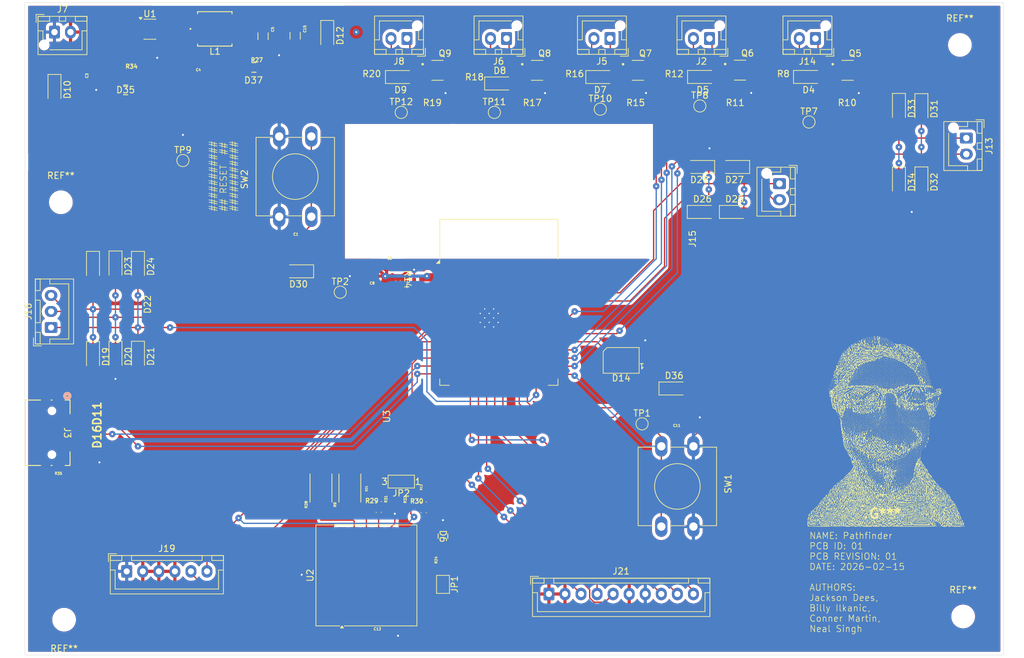
<source format=kicad_pcb>
(kicad_pcb (version 20241229) (generator "pcbnew") (generator_version "9.0")
  (layers (0 "F.Cu" signal) (2 "B.Cu" signal) (13 "F.Paste" user) (15 "B.Paste" user) (5 "F.SilkS" user "F.Silkscreen") (7 "B.SilkS" user "B.Silkscreen") (1 "F.Mask" user) (3 "B.Mask" user) (25 "Edge.Cuts" user))
  (net 0 "")
  (net 1 "/ESP32/CHIP_PU")
  (net 2 "GND")
  (net 3 "VCC_3V3")
  (net 4 "+5V")
  (net 5 "Net-(U1-BST)")
  (net 6 "Net-(U1-SW)")
  (net 7 "/ESP32/GPIO0")
  (net 8 "/Motor Drivers/Motor_5_out")
  (net 9 "/Motor Drivers/Motor_5_in")
  (net 10 "Net-(D6-A)")
  (net 11 "/ESP32/GPIO20")
  (net 12 "/ESP32/GPIO38")
  (net 14 "/ESP32/GPIO19")
  (net 15 "/ESP32/GPIO6")
  (net 16 "/ESP32/GPIO7")
  (net 17 "/ESP32/GPIO48")
  (net 18 "/ESP32/FT232RL_RX")
  (net 19 "/ESP32/FT232RL_TX")
  (net 20 "/ESP32/GPIO21")
  (net 21 "/ESP32/GPIO47")
  (net 22 "Net-(D35-A)")
  (net 23 "Net-(D37-A)")
  (net 25 "Net-(J3-Shield)")
  (net 27 "GPIO16")
  (net 28 "GPIO15")
  (net 29 "GPIO9")
  (net 30 "GPIO8")
  (net 31 "GPIO13")
  (net 32 "GPIO10")
  (net 33 "GPIO11")
  (net 34 "GPIO12")
  (net 35 "Net-(JP1-B)")
  (net 36 "Net-(JP1-A)")
  (net 37 "Net-(JP2-A)")
  (net 38 "Net-(JP2-B)")
  (net 39 "GPIO39")
  (net 40 "GPIO35")
  (net 41 "GPIO36")
  (net 42 "GPIO37")
  (net 43 "GPIO40")
  (net 44 "GPIO17")
  (net 45 "Net-(U2-TXD)")
  (net 46 "GPIO18")
  (net 47 "Net-(U2-RXD)")
  (net 48 "Net-(U2-SCL)")
  (net 49 "Net-(U2-SDA)")
  (net 50 "/Peripheral_Sensors/GPS_INT")
  (net 61 "/Motor Drivers/Motor_4_out")
  (net 62 "/Motor Drivers/Motor_4_in")
  (net 63 "/Motor Drivers/Motor_3_in")
  (net 64 "/Motor Drivers/Motor_3_out")
  (net 65 "/Motor Drivers/Motor_2_out")
  (net 66 "/Motor Drivers/Motor_2_in")
  (net 67 "/Motor Drivers/Motor_1_in")
  (net 68 "/Motor Drivers/Motor_1_out")
  (footprint "Diode_SMD:D_SMF" (layer "F.Cu") (at 130.95 36.975)
    (property "Reference" "D5")
    (property "Value" "SMF5V0A")
  )
  (footprint "Diode_SMD:D_SMF" (layer "F.Cu") (at 135.9 51 180)
    (property "Reference" "D27")
    (property "Value" "SMF5V0A")
  )
  (footprint "LocalComponents:LED_LTST-C171_LTO" (layer "F.Cu") (at 61.0729 35.5 180)
    (property "Reference" "D37")
    (property "Value" "LED")
  )
  (footprint "LED_SMD:LED_SK6812MINI_PLCC4_3.5x3.5mm_P1.75mm" (layer "F.Cu") (at 118.25 81.125 180)
    (property "Reference" "D14")
    (property "Value" "SK6812MINI")
  )
  (footprint "Diode_SMD:D_SMF" (layer "F.Cu") (at 83.9 37)
    (property "Reference" "D9")
    (property "Value" "SMF5V0A")
  )
  (footprint "Connector_JST:JST_XH_B2B-XH-AM_1x02_P2.50mm_Vertical" (layer "F.Cu") (at 172 46.5 -90)
    (property "Reference" "J13")
    (property "Value" "RaspPi_Conn")
  )
  (footprint "LocalComponents:STA_RMCF0402_STP" (layer "F.Cu") (at 83.5 69.9445 -90)
    (property "Reference" "R14")
    (property "Value" "10k")
  )
  (footprint "LocalComponents:CAPC1608X90N_" (layer "F.Cu") (at 80.5 124)
    (property "Reference" "C12")
    (property "Value" "1.0 uF")
  )
  (footprint "LocalComponents:CAPC2012X95N_" (layer "F.Cu") (at 126.5 90 180)
    (property "Reference" "C11")
    (property "Value" "0.1uF/50(10%)(NC)")
  )
  (footprint "Jumper:SolderJumper-2_P1.3mm_Open_Pad1.0x1.5mm" (layer "F.Cu") (at 90.5 116 -90)
    (property "Reference" "JP1")
    (property "Value" "SolderJumper_2_Open")
  )
  (footprint "LocalComponents:RESC1005X35N" (layer "F.Cu") (at 82.5 103 90)
    (property "Reference" "R31")
    (property "Value" "2.2k")
  )
  (footprint "LocalComponents:CAPC2012X95N_" (layer "F.Cu") (at 68 62.75)
    (property "Reference" "C1")
    (property "Value" "0.1uF/50(10%)(NC)")
  )
  (footprint "Diode_SMD:D_SMF" (layer "F.Cu") (at 72.48 30.55 -90)
    (property "Reference" "D12")
    (property "Value" "SMF5V0A")
  )
  (footprint "TestPoint:TestPoint_Pad_D1.5mm" (layer "F.Cu") (at 98.5 42.5)
    (property "Reference" "TP11")
    (property "Value" "TestPoint")
  )
  (footprint "Diode_SMD:D_SMF" (layer "F.Cu") (at 36 66.5 -90)
    (property "Reference" "D22")
    (property "Value" "SMF5V0A")
  )
  (footprint "LocalComponents:RESC2012X60N" (layer "F.Cu") (at 31.075 100)
    (property "Reference" "R35")
    (property "Value" "1M Ohm")
  )
  (footprint "LocalComponents:RESC6332X65N" (layer "F.Cu") (at 76 101 90)
    (property "Reference" "R9")
    (property "Value" "470")
  )
  (footprint "Diode_SMD:D_SMF" (layer "F.Cu") (at 68 67.25 180)
    (property "Reference" "D30")
    (property "Value" "SMF5V0A")
  )
  (footprint "LocalComponents:STA_RMCF0402_STP" (layer "F.Cu") (at 136 39.475)
    (property "Reference" "R11")
    (property "Value" "10k")
  )
  (footprint "LocalComponents:CAPC1005X55N" (layer "F.Cu") (at 86 69 90)
    (property "Reference" "C9")
    (property "Value" "1uF/16V(10%)")
  )
  (footprint "Connector_JST:JST_XH_B3B-XH-A_1x03_P2.50mm_Vertical" (layer "F.Cu") (at 29.475 76 90)
    (property "Reference" "J16")
    (property "Value" "Test_Conns")
  )
  (footprint "RF_Module:ESP32-S3-WROOM-1" (layer "F.Cu") (at 99.2 72.05)
    (property "Reference" "U3")
    (property "Value" "ESP32-S3-WROOM-1")
  )
  (footprint "Diode_SMD:D_SMF" (layer "F.Cu") (at 30 38.95 -90)
    (property "Reference" "D10")
    (property "Value" "SMF6V0A")
  )
  (footprint "LocalComponents:ESD5V0LBTP" (layer "F.Cu") (at 36.65 89.4 -90)
    (property "Reference" "D11")
    (property "Value" "LESD5D5.0CT1G" (hide yes))
  )
  (footprint "Button_Switch_THT:SW_PUSH-12mm" (layer "F.Cu") (at 129.5 94.5 -90)
    (property "Reference" "SW1")
    (property "Value" "SW_Push")
  )
  (footprint "LocalComponents:STA_RMCF0402_STP" (layer "F.Cu") (at 120.5445 39.5)
    (property "Reference" "R15")
    (property "Value" "10k")
  )
  (footprint "LocalComponents:STA_RMCF0402_STP" (layer "F.Cu") (at 88.8445 39.5)
    (property "Reference" "R19")
    (property "Value" "10k")
  )
  (footprint "Diode_SMD:D_SMF" (layer "F.Cu") (at 147.45 36.975)
    (property "Reference" "D4")
    (property "Value" "SMF5V0A")
  )
  (footprint "Diode_SMD:D_SMF" (layer "F.Cu") (at 99.35 38)
    (property "Reference" "D8")
    (property "Value" "SMF5V0A")
  )
  (footprint "MountingHole:MountingHole_3.2mm_M3" (layer "F.Cu") (at 171 32)
    (property "Reference" "REF**")
    (property "Value" "MountingHole_3.2mm_M3")
  )
  (footprint "TestPoint:TestPoint_Pad_D1.5mm" (layer "F.Cu") (at 50 50)
    (property "Reference" "TP9")
    (property "Value" "TestPoint")
  )
  (footprint "Diode_SMD:D_SMF" (layer "F.Cu") (at 165 53.35 -90)
    (property "Reference" "D32")
    (property "Value" "SMF5V0A")
  )
  (footprint "TestPoint:TestPoint_Pad_D1.5mm" (layer "F.Cu") (at 84 42.5)
    (property "Reference" "TP12")
    (property "Value" "TestPoint")
  )
  (footprint "Diode_SMD:D_SMF" (layer "F.Cu") (at 130.45 51 180)
    (property "Reference" "D28")
    (property "Value" "SMF5V0A")
  )
  (footprint "LocalComponents:STA_RMCF0402_STP" (layer "F.Cu") (at 111.1 35)
    (property "Reference" "R16")
    (property "Value" "10k")
  )
  (footprint "Connector_JST:JST_XH_B10B-XH-A_1x10_P2.50mm_Vertical" (layer "F.Cu") (at 107 117.5)
    (property "Reference" "J21")
    (property "Value" "IMU_Conn")
  )
  (footprint "LocalComponents:CAPC2012X95N" (layer "F.Cu") (at 52 34.612 180)
    (property "Reference" "C4")
    (property "Value" "100nf")
  )
  (footprint "LocalComponents:R0402" (layer "F.Cu") (at 80.5 103.9445 180)
    (property "Reference" "R29")
    (property "Value" "22")
  )
  (footprint "Diode_SMD:D_SMF" (layer "F.Cu") (at 126.5 85.5)
    (property "Reference" "D36")
    (property "Value" "SMF5V0A")
  )
  (footprint "Diode_SMD:D_SMF" (layer "F.Cu") (at 36 80.55 -90)
    (property "Reference" "D19")
    (property "Value" "SMF5V0A")
  )
  (footprint "LocalComponents:SOT95P280X125-3N" (layer "F.Cu") (at 89.645 35.95)
    (property "Reference" "Q9")
    (property "Value" "NMOS")
  )
  (footprint "Connector_JST:JST_XH_B2B-XH-AM_1x02_P2.50mm_Vertical" (layer "F.Cu") (at 132 31 180)
    (property "Reference" "J2")
    (property "Value" "Motor_4_Conn")
  )
  (footprint "TestPoint:TestPoint_Pad_D1.5mm" (layer "F.Cu") (at 147.5 44)
    (property "Reference" "TP7")
    (property "Value" "TestPoint")
  )
  (footprint "Diode_SMD:D_SMF" (layer "F.Cu") (at 161.5 53.35 -90)
    (property "Reference" "D34")
    (property "Value" "SMF5V0A")
  )
  (footprint "LocalComponents:RESC6332X65N" (layer "F.Cu") (at 71.5 101 90)
    (property "Reference" "R28")
    (property "Value" "470")
  )
  (footprint "LocalComponents:CAPC2012X95N_" (layer "F.Cu") (at 82.612 66.5)
    (property "Reference" "C2")
    (property "Value" "0.1uF/50(10%)(NC)")
  )
  (footprint "Package_TO_SOT_SMD:TSOT-23-6" (layer "F.Cu") (at 44.8625 29.55)
    (property "Reference" "U1")
    (property "Value" "AP63203WU")
  )
  (footprint "Diode_SMD:D_SMF" (layer "F.Cu") (at 43 80.5 -90)
    (property "Reference" "D21")
    (property "Value" "SMF5V0A")
  )
  (footprint "LocalComponents:SOT95P280X125-3N" (layer "F.Cu") (at 153.505 35.95)
    (property "Reference" "Q5")
    (property "Value" "NMOS")
  )
  (footprint "LocalComponents:STA_RMCF0402_STP" (layer "F.Cu") (at 95.4 35.5)
    (property "Reference" "R18")
    (property "Value" "10k")
  )
  (footprint "Connector_JST:JST_XH_B2B-XH-AM_1x02_P2.50mm_Vertical" (layer "F.Cu") (at 100.4 31 180)
    (property "Reference" "J6")
    (property "Value" "Motor_2_Conn")
  )
  (footprint "LocalComponents:RES_ERJ2RKF5101X" (layer "F.Cu") (at 41.988 36.5)
    (property "Reference" "R34")
    (property "Value" "5.1K(1%)")
  )
  (footprint "LocalComponents:R0402" (layer "F.Cu") (at 87.5 104 180)
    (property "Reference" "R30")
    (property "Value" "22")
  )
  (footprint "MountingHole:MountingHole_3.2mm_M3" (layer "F.Cu") (at 31.5 121.5 180)
    (property "Reference" "REF**")
    (property "Value" "MountingHole_3.2mm_M3")
  )
  (footprint "LocalComponents:SOT95P280X125-3N" (layer "F.Cu") (at 136.755 35.925)
    (property "Reference" "Q6")
    (property "Value" "NMOS")
  )
  (footprint "MountingHole:MountingHole_3.2mm_M3" (layer "F.Cu") (at 171.5 121)
    (property "Reference" "REF**")
    (property "Value" "MountingHole_3.2mm_M3")
  )
  (footprint "Graphics:image_silksong" (layer "F.Cu") (at 160 90)
    (property "Reference" "G***")
    (property "Value" "LOGO" (hide yes))
  )
  (footprint "LocalComponents:CONN_UB-MC5BR3-SDWP604-4S-TF_JST" (layer "F.Cu") (at 35.052801 92.3924 -90)
    (property "Reference" "J3")
    (property "Value" "USB_B_Micro")
  )
  (footprint "TestPoint:TestPoint_Pad_D1.5mm" (layer "F.Cu") (at 130.5 41.5)
    (property "Reference" "TP8")
    (property "Value" "TestPoint")
  )
  (footprint "Diode_SMD:D_SMF" (layer "F.Cu") (at 39.5 66.45 -90)
    (property "Reference" "D23")
    (property "Value" "SMF5V0A")
  )
  (footprint "Diode_SMD:D_SMF" (layer "F.Cu") (at 161.5 41.9 -90)
    (property "Reference" "D33")
    (property "Value" "SMF5V0A")
  )
  (footprint "Connector_JST:JST_XH_B2B-XH-AM_1x02_P2.50mm_Vertical" (layer "F.Cu") (at 116.5 31 180)
    (property "Reference" "J5")
    (property "Value" "Motor_3_Conn")
  )
  (footprint "LocalComponents:SOT95P280X125-3N" (layer "F.Cu") (at 120.855 35.95)
    (property "Reference" "Q7")
    (property "Value" "NMOS")
  )
  (footprint "LocalComponents:RES_ERJ2RKF5101X" (layer "F.Cu") (at 56.488 35.5)
    (property "Reference" "R27")
    (property "Value" "5.1K(1%)")
  )
  (footprint "LocalComponents:CAPC3216X180N" (layer "F.Cu") (at 62.48 30.64 -90)
    (property "Reference" "C5")
    (property "Value" "22 uf")
  )
  (footprint "Connector_JST:JST_XH_B2B-XH-AM_1x02_P2.50mm_Vertical" (layer "F.Cu") (at 30 30)
    (property "Reference" "J7")
    (property "Value" "5V_Input")
  )
  (footprint "Connector_JST:JST_XH_B6B-XH-A_1x06_P2.50mm_Vertical" (layer "F.Cu") (at 41.25 113.975)
    (property "Reference" "J19")
    (property "Value" "TOF_Connectors")
  )
  (footprint "LocalComponents:RESC1005X35N" (layer "F.Cu") (at 85.5 103.08 90)
    (property "Reference" "R32")
    (property "Value" "2.2k")
  )
  (footprint "LocalComponents:IND_NRS5030T3R3MMGJ_TAY" (layer "F.Cu") (at 54.968 29.5)
    (property "Reference" "L1")
    (property "Value" "3.3 uH")
  )
  (footprint "LocalComponents:SOT95P280X125-3N" (layer "F.Cu") (at 105.155 35.95)
    (property "Reference" "Q8")
    (property "Value" "NMOS")
  )
  (footprint "Diode_SMD:D_SMF" (layer "F.Cu") (at 135.9 58)
    (property "Reference" "D25")
    (property "Value" "SMF5V0A")
  )
  (footprint "LocalComponents:RESC1508X55N" (layer "F.Cu") (at 90.5 112 90)
    (property "Reference" "R24")
    (property "Value" "1k")
  )
  (footprint "LocalComponents:CAPC1608X100N" (layer "F.Cu") (at 79.21 68 180)
    (property "Reference" "C8")
    (property "Value" "10uF/25V(20%)")
  )
  (footprint "Diode_SMD:D_SMF" (layer "F.Cu") (at 165 41.95 -90)
    (property "Reference" "D31")
    (property "Value" "SMF5V0A")
  )
  (footprint "Diode_SMD:D_SMF" (layer "F.Cu") (at 115.1 37)
    (property "Reference" "D7")
    (property "Value" "SMF5V0A")
  )
  (footprint "LocalComponents:CAPC3216X180N" (layer "F.Cu") (at 67.48 30.56 -90)
    (property "Reference" "C15")
    (property "Value" "22 uf")
  )
  (footprint "Diode_SMD:D_SMF" (layer "F.Cu") (at 39.5 80.5 -90)
    (property "Reference" "D20")
    (property "Value" "SMF5V0A")
  )
  (footprint "Connector_JST:JST_XH_B2B-XH-AM_1x02_P2.50mm_Vertical" (layer "F.Cu") (at 148.5 31 180)
    (property "Reference" "J14")
    (property "Value" "Motor_5_Conn")
  )
  (footprint "Connector_JST:JST_XH_B2B-XH-AM_1x02_P2.50mm_Vertical" (layer "F.Cu") (at 84.9 31 180)
    (property "Reference" "J8")
    (property "Value" "Motor_1_Conn")
  )
  (footprint "LocalComponents:CAPC1608X90N" (layer "F.Cu") (at 34 37 -90)
    (property "Reference" "C3")
    (property "Value" "10 uf")
  )
  (footprint "LocalComponents:LED_LTST-C171_LTO" (layer "F.Cu") (at 41.0729 39)
    (property "Reference" "D35")
    (property "Value" "LED")
  )
  (footprint "Diode_SMD:D_SMF" (layer "F.Cu") (at 43 66.5 -90)
    (property "Reference" "D24")
    (property "Value" "SMF5V0A")
  )
  (footprint "RF_GPS:ublox_SAM-M8Q" (layer "F.Cu") (at 78.575 114.6 90)
    (property "Reference" "U2")
    (property "Value" "SAM-M8Q")
  )
  (footprint "LocalComponents:LED_LTST-C171_LTO" (layer "F.Cu") (at 90.5 108.5 -90)
    (property "Reference" "D6")
    (property "Value" "LED")
  )
  (footprint "TestPoint:TestPoint_Pad_D1.5mm" (layer "F.Cu") (at 121.5 91)
    (property "Reference" "TP1")
    (property "Value" "TestPoint")
  )
  (footprint "LocalComponents:STA_RMCF0402_STP" (layer "F.Cu") (at 79.4 35)
    (property "Reference" "R20")
    (property "Value" "10k")
  )
  (footprint "LocalComponents:STA_RMCF0402_STP" (layer "F.Cu") (at 104.4 39.5)
    (property "Reference" "R17")
    (property "Value" "10k")
  )
  (footprint "Connector_JST:JST_XH_B2B-XH-AM_1x02_P2.50mm_Vertical" (layer "F.Cu") (at 142.9 53.6 -90)
    (property "Reference" "J15")
    (property "Value" "UART_Bridge_TXRX")
  )
  (footprint "Button_Switch_THT:SW_PUSH-12mm" (layer "F.Cu") (at 65 58.75 90)
    (property "Reference" "SW2")
    (property "Value" "SW_Push")
  )
  (footprint "TestPoint:TestPoint_Pad_D1.5mm" (layer "F.Cu") (at 115 42)
    (property "Reference" "TP10")
    (property "Value" "TestPoint")
  )
  (footprint "MountingHole:MountingHole_3.2mm_M3" (layer "F.Cu") (at 31 56.5)
    (property "Reference" "REF**")
    (property "Value" "MountingHole_3.2mm_M3")
  )
  (footprint "Jumper:SolderJumper-3_P1.3mm_Open_Pad1.0x1.5mm_NumberLabels" (layer "F.Cu") (at 84 100 180)
    (property "Reference" "JP2")
    (property "Value" "SolderJumper_3_Open")
  )
  (footprint "LocalComponents:STA_RMCF0402_STP" (layer "F.Cu") (at 143.5 35)
    (property "Reference" "R8")
    (property "Value" "10k")
  )
  (footprint "LocalComponents:STA_RMCF0402_STP" (layer "F.Cu") (at 153.4445 39.5)
    (property "Reference" "R10")
    (property "Value" "10k")
  )
  (footprint "LocalComponents:STA_RMCF0402_STP" (layer "F.Cu") (at 126.9445 34.975)
    (property "Reference" "R12")
    (property "Value" "10k")
  )
  (footprint "LocalComponents:RESC1005X40" (layer "F.Cu") (at 79.5 100.85 90)
    (property "Reference" "R21")
    (property "Value" "4.7k")
  )
  (footprint "LocalComponents:ESD5V0LBTP" (layer "F.Cu") (at 36.65 93 90)
    (property "Reference" "D16")
    (property "Value" "LESD5D5.0CT1G" (hide yes))
  )
  (footprint "TestPoint:TestPoint_Pad_D1.5mm" (layer "F.Cu") (at 74.5 70.5)
    (property "Reference" "TP2")
    (property "Value" "TestPoint")
  )
  (footprint "Diode_SMD:D_SMF" (layer "F.Cu") (at 130.9 58)
    (property "Reference" "D26")
    (property "Value" "SMF5V0A")
  )
  (footprint "LocalComponents:RESC1005X40" (layer "F.Cu") (at 88 100.65 90)
    (property "Reference" "R13")
    (property "Value" "4.7k")
  )
  (gr_rect (start 25.4 25.4) (end 177.8 127) (stroke (width 0.05)) (fill no) (layer "Edge.Cuts"))
  (gr_text "NAME: Pathfinder\nPCB ID: 01\nPCB REVISION: 01\nDATE: 2026-02-15\n\nAUTHORS: \nJackson Dees, \nBilly Ilkanic, \nConner Martin, \nNeal Singh" (at 147.5 123.5 0) (layer "F.SilkS") (effects (font (size 1 1) (thickness 0.1)) (justify left bottom)))
  (gr_text "###########\n## RESET  ##\n###########" (at 58.5 58 90) (layer "F.SilkS") (effects (font (size 1 1) (thickness 0.1)) (justify left bottom)))
  (segment (start 68.888 61.112) (end 68.888 62.75) (width 0.2032) (layer "F.Cu") (net 1))
  (segment (start 70 60) (end 68.888 61.112) (width 0.2032) (layer "F.Cu") (net 1))
  (segment (start 71.5 67.5) (end 74.5 70.5) (width 0.2032) (layer "F.Cu") (net 1))
  (segment (start 71.5 62.75) (end 71.5 67.25) (width 0.2032) (layer "F.Cu") (net 1))
  (segment (start 71.5 67.25) (end 69.45 67.25) (width 0.2032) (layer "F.Cu") (net 1))
  (segment (start 74.5 70.5) (end 78.864 70.5) (width 0.2032) (layer "F.Cu") (net 1))
  (segment (start 83.5 70.389) (end 84.475 70.389) (width 0.2032) (layer "F.Cu") (net 1))
  (segment (start 68.888 62.75) (end 71.5 62.75) (width 0.2032) (layer "F.Cu") (net 1))
  (segment (start 84.475 70.389) (end 84.5 70.364) (width 0.2032) (layer "F.Cu") (net 1))
  (segment (start 79 70.364) (end 84.5 70.364) (width 0.2032) (layer "F.Cu") (net 1))
  (segment (start 88 70) (end 88 69.432) (width 0.2032) (layer "F.Cu") (net 1))
  (segment (start 70 58.75) (end 70 60) (width 0.2032) (layer "F.Cu") (net 1))
  (segment (start 70 46.25) (end 70 58.75) (width 0.2032) (layer "F.Cu") (net 1))
  (segment (start 84.5 70.364) (end 87.636 70.364) (width 0.2032) (layer "F.Cu") (net 1))
  (segment (start 78.864 70.5) (end 79 70.364) (width 0.2032) (layer "F.Cu") (net 1))
  (segment (start 86 69.432) (end 88 69.432) (width 0.2032) (layer "F.Cu") (net 1))
  (segment (start 87.636 70.364) (end 88 70) (width 0.2032) (layer "F.Cu") (net 1))
  (segment (start 90.348 69.432) (end 90.45 69.33) (width 0.2032) (layer "F.Cu") (net 1))
  (segment (start 71.5 67.25) (end 71.5 67.5) (width 0.2032) (layer "F.Cu") (net 1))
  (segment (start 88 69.432) (end 90.348 69.432) (width 0.2032) (layer "F.Cu") (net 1))
  (segment (start 89.586 69.389) (end 89.675 69.3) (width 0.2032) (layer "F.Cu") (net 1))
  (segment (start 129.5 94.5) (end 129.5 93) (width 0.2032) (layer "F.Cu") (net 2))
  (segment (start 163.5 58) (end 165 56.5) (width 0.2032) (layer "F.Cu") (net 2))
  (segment (start 34 100) (end 37 97) (width 0.2032) (layer "F.Cu") (net 2))
  (segment (start 90.9 35.95) (end 90.9 39.5) (width 0.2032) (layer "F.Cu") (net 2))
  (segment (start 161.5 54.8) (end 161.5 56) (width 0.2032) (layer "F.Cu") (net 2))
  (segment (start 82.375 107.125) (end 82.375 108) (width 0.2032) (layer "F.Cu") (net 2))
  (segment (start 130.5 85.5) (end 127.95 85.5) (width 0.2032) (layer "F.Cu") (net 2))
  (segment (start 71.975 110.8) (end 71.6134 110.8) (width 0.2032) (layer "F.Cu") (net 2))
  (segment (start 36 84) (end 36 82) (width 0.2032) (layer "F.Cu") (net 2))
  (segment (start 36.65 89) (end 39.5 86.15) (width 0.2032) (layer "F.Cu") (net 2))
  (segment (start 155.25 36.44) (end 155.25 39.5) (width 0.2032) (layer "F.Cu") (net 2))
  (segment (start 65 62.25) (end 64.5 62.75) (width 0.2032) (layer "F.Cu") (net 2))
  (segment (start 68.5 113.9134) (end 68.5 114.5) (width 0.2032) (layer "F.Cu") (net 2))
  (segment (start 161.5 56) (end 163.5 58) (width 0.2032) (layer "F.Cu") (net 2))
  (segment (start 46 30.5) (end 46 34) (width 0.508) (layer "F.Cu") (net 2))
  (segment (start 35.1 40.4) (end 36.5 39) (width 0.2032) (layer "F.Cu") (net 2))
  (segment (start 138.01 35.925) (end 138.5 36.415) (width 0.2032) (layer "F.Cu") (net 2))
  (segment (start 138.5 39.475) (end 136.4445 39.475) (width 0.2032) (layer "F.Cu") (net 2))
  (segment (start 81.28 124) (end 83.5 124) (width 0.2032) (layer "F.Cu") (net 2))
  (segment (start 127.388 90) (end 130.5 90) (width 0.2032) (layer "F.Cu") (net 2))
  (segment (start 106.41 35.95) (end 106.41 39.49) (width 0.2032) (layer "F.Cu") (net 2))
  (segment (start 72.48 32) (end 67.5 32) (width 0.508) (layer "F.Cu") (net 2))
  (segment (start 67.48 32.02) (end 66.56 32.02) (width 0.2032) (layer "F.Cu") (net 2))
  (segment (start 39.5 81.95) (end 39.5 84) (width 0.2032) (layer "F.Cu") (net 2))
  (segment (start 63.48 32.1) (end 64.98 33.6) (width 0.508) (layer "F.Cu") (net 2))
  (segment (start 87.71 66.79) (end 90.45 66.79) (width 0.508) (layer "F.Cu") (net 2))
  (segment (start 155.25 39.5) (end 153.889 39.5) (width 0.2032) (layer "F.Cu") (net 2))
  (segment (start 130.5 92) (end 130.5 90) (width 0.2032) (layer "F.Cu") (net 2))
  (segment (start 81.28 122.295) (end 82.375 121.2) (width 0.2032) (layer "F.Cu") (net 2))
  (segment (start 106.41 39.49) (end 106.4 39.5) (width 0.2032) (layer "F.Cu") (net 2))
  (segment (start 76 68) (end 78.42 68) (width 0.2032) (layer "F.Cu") (net 2))
  (segment (start 36.525 96.525) (end 37 97) (width 0.2032) (layer "F.Cu") (net 2))
  (segment (start 107.95 66.79) (end 105.42 66.79) (width 0.508) (layer "F.Cu") (net 2))
  (segment (start 35.28 37.78) (end 36.5 39) (width 0.508) (layer "F.Cu") (net 2))
  (segment (start 120 80.25) (end 122 78.25) (width 0.2032) (layer "F.Cu") (net 2))
  (segment (start 63.08 35.5) (end 62 35.5) (width 0.508) (layer "F.Cu") (net 2))
  (segment (start 34 37.78) (end 35.28 37.78) (width 0.508) (layer "F.Cu") (net 2))
  (segment (start 83 106.5) (end 82.375 107.125) (width 0.2032) (layer "F.Cu") (net 2))
  (segment (start 71.6134 110.8) (end 68.5 113.9134) (width 0.2032) (layer "F.Cu") (net 2))
  (segment (start 71.975 118.4) (end 71.6 118.4) (width 0.2032) (layer "F.Cu") (net 2))
  (segment (start 30 40.4) (end 35.1 40.4) (width 0.2032) (layer "F.Cu") (net 2))
  (segment (start 122 78.25) (end 122 78) (width 0.2032) (layer "F.Cu") (net 2))
  (segment (start 86 67) (end 87.5 67) (width 0.508) (layer "F.Cu") (net 2))
  (segment (start 71.6 118.4) (end 68.5 115.3) (width 0.2032) (layer "F.Cu") (net 2))
  (segment (start 122.1 39.5) (end 120.989 39.5) (width 0.2032) (layer "F.Cu") (net 2))
  (segment (start 68.5 115.3) (end 68.5 114.5) (width 0.2032) (layer "F.Cu") (net 2))
  (segment (start 39.5 86.15) (end 39.5 84) (width 0.2032) (layer "F.Cu") (net 2))
  (segment (start 67.5 32) (end 67.48 32.02) (width 0.508) (layer "F.Cu") (net 2))
  (segment (start 43 81.95) (end 43 84) (width 0.2032) (layer "F.Cu") (net 2))
  (segment (start 65 58.75) (end 65 62.25) (width 0.2032) (layer "F.Cu") (net 2))
  (segment (start 32 100) (end 34 100) (width 0.2032) (layer "F.Cu") (net 2))
  (segment (start 90.5 107.5729) (end 90.5 106) (width 0.2032) (layer "F.Cu") (net 2))
  (segment (start 66.56 32.02) (end 64.98 33.6) (width 0.508) (layer "F.Cu") (net 2))
  (segment (start 138.5 36.415) (end 138.5 39.475) (width 0.2032) (layer "F.Cu") (net 2))
  (segment (start 40.1458 39) (end 36.5 39) (width 0.2032) (layer "F.Cu") (net 2))
  (segment (start 129 51) (end 131.9 48.1) (width 0.2032) (layer "F.Cu") (net 2))
  (segment (start 36.525 93.525) (end 36.525 96.525) (width 0.2032) (layer "F.Cu") (net 2))
  (segment (start 64.5 67.25) (end 66.55 67.25) (width 0.2032) (layer "F.Cu") (net 2))
  (segment (start 154.76 35.95) (end 155.25 36.44) (width 0.2032) (layer "F.Cu") (net 2))
  (segment (start 131.9 48.1) (end 132 48.1) (width 0.2032) (layer "F.Cu") (net 2))
  (segment (start 39.5 84) (end 36 84) (width 0.2032) (layer "F.Cu") (net 2))
  (segment (start 67.112 62.75) (end 64.5 62.75) (width 0.2032) (layer "F.Cu") (net 2))
  (segment (start 81.28 124) (end 81.28 122.295) (width 0.2032) (layer "F.Cu") (net 2))
  (segment (start 165 56.5) (end 165 54.8) (width 0.2032) (layer "F.Cu") (net 2))
  (segment (start 80.475 121.2) (end 80.475 121.49) (width 0.2032) (layer "F.Cu") (net 2))
  (segment (start 106.4 39.5) (end 104.8445 39.5) (width 0.2032) (layer "F.Cu") (net 2))
  (segment (start 83.5 66.5) (end 85.5 66.5) (width 0.508) (layer "F.Cu") (net 2))
  (segment (start 64.5 62.75) (end 64.5 67.25) (width 0.2032) (layer "F.Cu") (net 2))
  (segment (start 86 68.568) (end 86 67) (width 0.2032) (layer "F.Cu") (net 2))
  (segment (start 122.1 39.5) (end 122.11 39.49) (width 0.2032) (layer "F.Cu") (net 2))
  (segment (start 83 105) (end 83 106.5) (width 0.2032) (layer "F.Cu") (net 2))
  (segment (start 43 84) (end 39.5 84) (width 0.2032) (layer "F.Cu") (net 2))
  (segment (start 50 50) (end 50 46) (width 0.2032) (layer "F.Cu") (net 2))
  (segment (start 129.5 93) (end 130.5 92) (width 0.2032) (layer "F.Cu") (net 2))
  (segment (start 80.475 121.49) (end 81.28 122.295) (width 0.2032) (layer "F.Cu") (net 2))
  (segment (start 64.98 33.6) (end 63.08 35.5) (width 0.508) (layer "F.Cu") (net 2))
  (segment (start 134.45 51) (end 134.45 50.55) (width 0.2032) (layer "F.Cu") (net 2))
  (segment (start 105.42 66.79) (end 97.7 74.51) (width 0.508) (layer "F.Cu") (net 2))
  (segment (start 82.375 108) (end 85.175 110.8) (width 0.2032) (layer "F.Cu") (net 2))
  (segment (start 62.48 32.1) (end 63.48 32.1) (width 0.508) (layer "F.Cu") (net 2))
  (segment (start 130.5 90) (end 130.5 85.5) (width 0.2032) (layer "F.Cu") (net 2))
  (segment (start 134.45 50.55) (end 132 48.1) (width 0.2032) (layer "F.Cu") (net 2))
  (segment (start 36.65 93.4) (end 36.3576 93.6924) (width 0.2032) (layer "F.Cu") (net 2))
  (segment (start 36.65 89) (end 36.5 89) (width 0.2032) (layer "F.Cu") (net 2))
  (segment (start 39 84) (end 39.5 84) (width 0.2032) (layer "F.Cu") (net 2))
  (segment (start 85.5 66.5) (end 86 67) (width 0.508) (layer "F.Cu") (net 2))
  (segment (start 85.175 118.4) (end 82.375 121.2) (width 0.2032) (layer "F.Cu") (net 2))
  (segment (start 74.775 108) (end 71.975 110.8) (width 0.2032) (layer "F.Cu") (net 2))
  (segment (start 90.9 39.5) (end 89.289 39.5) (width 0.2032) (layer "F.Cu") (net 2))
  (segment (start 122.11 35.95) (end 122.11 39.49) (width 0.2032) (layer "F.Cu") (net 2))
  (segment (start 87.5 67) (end 87.71 66.79) (width 0.508) (layer "F.Cu") (net 2))
  (segment (start 74.775 121.2) (end 71.975 118.4) (width 0.2032) (layer "F.Cu") (net 2))
  (segment (start 36.3576 93.6924) (end 32 93.6924) (width 0.2032) (layer "F.Cu") (net 2))
  (via (at 39.5 84) (size 1.016) (drill 0.3048) (layers "F.Cu" "B.Cu") (net 2))
  (via (at 37 97) (size 1.016) (drill 0.3048) (layers "F.Cu" "B.Cu") (net 2))
  (via (at 90.9 39.5) (size 1.016) (drill 0.3048) (layers "F.Cu" "B.Cu") (net 2))
  (via (at 76 68) (size 1.016) (drill 0.3048) (layers "F.Cu" "B.Cu") (net 2))
  (via (at 122 78) (size 1.016) (drill 0.3048) (layers "F.Cu" "B.Cu") (net 2))
  (via (at 36.5 39) (size 1.016) (drill 0.3048) (layers "F.Cu" "B.Cu") (net 2))
  (via (at 68.5 114.5) (size 1.016) (drill 0.3048) (layers "F.Cu" "B.Cu") (net 2))
  (via (at 46 34) (size 1.016) (drill 0.3048) (layers "F.Cu" "B.Cu") (net 2))
  (via (at 83.5 124) (size 1.016) (drill 0.3048) (layers "F.Cu" "B.Cu") (net 2))
  (via (at 64.98 33.6) (size 1.016) (drill 0.3048) (layers "F.Cu" "B.Cu") (net 2))
  (via (at 86 67) (size 1.016) (drill 0.3048) (layers "F.Cu" "B.Cu") (net 2))
  (via (at 106.4 39.5) (size 1.016) (drill 0.3048) (layers "F.Cu" "B.Cu") (net 2))
  (via (at 130.5 90) (size 1.016) (drill 0.3048) (layers "F.Cu" "B.Cu") (net 2))
  (via (at 163.5 58) (size 1.016) (drill 0.3048) (layers "F.Cu" "B.Cu") (net 2))
  (via (at 155.25 39.5) (size 1.016) (drill 0.3048) (layers "F.Cu" "B.Cu") (net 2))
  (via (at 50 46) (size 1.016) (drill 0.3048) (layers "F.Cu" "B.Cu") (net 2))
  (via (at 132 48.1) (size 1.016) (drill 0.3048) (layers "F.Cu" "B.Cu") (net 2))
  (via (at 138.5 39.475) (size 1.016) (drill 0.3048) (layers "F.Cu" "B.Cu") (net 2))
  (via (at 90.5 106) (size 1.016) (drill 0.3048) (layers "F.Cu" "B.Cu") (net 2))
  (via (at 83 105) (size 1.016) (drill 0.3048) (layers "F.Cu" "B.Cu") (net 2))
  (via (at 122.11 39.49) (size 1.016) (drill 0.3048) (layers "F.Cu" "B.Cu") (net 2))
  (segment (start 81.724 66.5) (end 81.724 67.776) (width 0.2032) (layer "F.Cu") (net 3))
  (segment (start 74.945 65.405626) (end 74.945 34.055) (width 0.508) (layer "F.Cu") (net 3))
  (segment (start 74.945 34.055) (end 77 32) (width 0.508) (layer "F.Cu") (net 3))
  (segment (start 57 34.5) (end 57 29.5) (width 0.2032) (layer "F.Cu") (net 3))
  (segment (start 62.48 29.18) (end 62.9 29.18) (width 0.508) (layer "F.Cu") (net 3))
  (segment (start 90.45 68.06) (end 88.06 68.06) (width 0.508) (layer "F.Cu") (net 3))
  (segment (start 57 27.2775) (end 57 29.5) (width 0.508) (layer "F.Cu") (net 3))
  (segment (start 62.9 29.18) (end 62.98 29.1) (width 0.508) (layer "F.Cu") (net 3))
  (segment (start 62.16 29.5) (end 62.48 29.18) (width 0.508) (layer "F.Cu") (net 3))
  (segment (start 56 35.5) (end 57 34.5) (width 0.2032) (layer "F.Cu") (net 3))
  (segment (start 43.725 28.6) (end 45.5819 26.7431) (width 0.508) (layer "F.Cu") (net 3))
  (segment (start 67.48 29.1) (end 72.48 29.1) (width 0.508) (layer "F.Cu") (net 3))
  (segment (start 57 29.5) (end 62.16 29.5) (width 0.508) (layer "F.Cu") (net 3))
  (segment (start 81.5 68) (end 80 68) (width 0.2032) (layer "F.Cu") (net 3))
  (segment (start 45.5819 26.7431) (end 56.4656 26.7431) (width 0.508) (layer "F.Cu") (net 3))
  (segment (start 55.976 35.5) (end 56 35.5) (width 0.2032) (layer "F.Cu") (net 3))
  (segment (start 79.055 65.555) (end 75.094374 65.555) (width 0.508) (layer "F.Cu") (net 3))
  (segment (start 88.06 68.06) (end 88 68) (width 0.508) (layer "F.Cu") (net 3))
  (segment (start 81.724 67.776) (end 81.5 68) (width 0.2032) (layer "F.Cu") (net 3))
  (segment (start 62.98 29.1) (end 67.48 29.1) (width 0.508) (layer "F.Cu") (net 3))
  (segment (start 81.5 68) (end 79.055 65.555) (width 0.508) (layer "F.Cu") (net 3))
  (segment (start 56.4656 26.7431) (end 57 27.2775) (width 0.508) (layer "F.Cu") (net 3))
  (segment (start 77 32) (end 77 30) (width 0.508) (layer "F.Cu") (net 3))
  (segment (start 62.4 29.1) (end 62.48 29.18) (width 0.508) (layer "F.Cu") (net 3))
  (segment (start 76.1 29.1) (end 77 30) (width 0.508) (layer "F.Cu") (net 3))
  (segment (start 72.48 29.1) (end 76.1 29.1) (width 0.508) (layer "F.Cu") (net 3))
  (segment (start 75.094374 65.555) (end 74.945 65.405626) (width 0.508) (layer "F.Cu") (net 3))
  (via (at 77 30) (size 1.016) (drill 0.3048) (layers "F.Cu" "B.Cu") (net 3))
  (via (at 88 68) (size 1.016) (drill 0.3048) (layers "F.Cu" "B.Cu") (net 3))
  (via (at 81.5 68) (size 1.016) (drill 0.3048) (layers "F.Cu" "B.Cu") (net 3))
  (segment (start 88 68) (end 81.5 68) (width 0.508) (layer "B.Cu") (net 3))
  (segment (start 49.1 28.6) (end 51 30.5) (width 0.508) (layer "F.Cu") (net 5))
  (segment (start 51 32.937501) (end 51.112 33.049501) (width 0.508) (layer "F.Cu") (net 5))
  (segment (start 51.112 33.049501) (end 51.112 34.612) (width 0.508) (layer "F.Cu") (net 5))
  (segment (start 46 28.6) (end 49.1 28.6) (width 0.508) (layer "F.Cu") (net 5))
  (segment (start 51 30.5) (end 51 32.937501) (width 0.508) (layer "F.Cu") (net 5))
  (segment (start 46.662499 29.55) (end 46 29.55) (width 0.508) (layer "F.Cu") (net 6))
  (segment (start 50.5 36.5) (end 49.5 35.5) (width 0.508) (layer "F.Cu") (net 6))
  (segment (start 52.888 34.612) (end 52.888 36.112) (width 0.508) (layer "F.Cu") (net 6))
  (segment (start 52.888 36.112) (end 52.5 36.5) (width 0.508) (layer "F.Cu") (net 6))
  (segment (start 52.5 36.5) (end 50.5 36.5) (width 0.508) (layer "F.Cu") (net 6))
  (segment (start 52.936 34.564) (end 52.888 34.612) (width 0.508) (layer "F.Cu") (net 6))
  (segment (start 49.5 35.5) (end 49.5 32.387501) (width 0.508) (layer "F.Cu") (net 6))
  (segment (start 49.5 32.387501) (end 46.662499 29.55) (width 0.508) (layer "F.Cu") (net 6))
  (segment (start 52.936 29.5) (end 52.936 34.564) (width 0.508) (layer "F.Cu") (net 6))
  (segment (start 110.8 83.3) (end 107.95 83.3) (width 0.2032) (layer "F.Cu") (net 7))
  (segment (start 122.5 90) (end 123.5 90) (width 0.2032) (layer "F.Cu") (net 7))
  (segment (start 124.5 107) (end 124.5 94.5) (width 0.2032) (layer "F.Cu") (net 7))
  (segment (start 123.5 92) (end 123.5 90) (width 0.2032) (layer "F.Cu") (net 7))
  (segment (start 124.5 93) (end 123.5 92) (width 0.2032) (layer "F.Cu") (net 7))
  (segment (start 121.5 91) (end 122.5 90) (width 0.2032) (layer "F.Cu") (net 7))
  (segment (start 111 83.5) (end 110.8 83.3) (width 0.2032) (layer "F.Cu") (net 7))
  (segment (start 124.5 94.5) (end 124.5 93) (width 0.2032) (layer "F.Cu") (net 7))
  (segment (start 123.5 85.5) (end 125.05 85.5) (width 0.2032) (layer "F.Cu") (net 7))
  (segment (start 125.612 90) (end 123.5 90) (width 0.2032) (layer "F.Cu") (net 7))
  (segment (start 123.5 90) (end 123.5 85.5) (width 0.2032) (layer "F.Cu") (net 7))
  (via (at 111 83.5) (size 1.016) (drill 0.3048) (layers "F.Cu" "B.Cu") (net 7))
  (segment (start 122 94.5) (end 111 83.5) (width 0.2032) (layer "B.Cu") (net 7))
  (segment (start 124.5 94.5) (end 122 94.5) (width 0.2032) (layer "B.Cu") (net 7))
  (segment (start 152.25 35) (end 148.9 35) (width 0.2032) (layer "F.Cu") (net 8))
  (segment (start 148.9 31.4) (end 148.5 31) (width 0.2032) (layer "F.Cu") (net 8))
  (segment (start 148.9 35) (end 148.9 31.4) (width 0.2032) (layer "F.Cu") (net 8))
  (segment (start 148.9 36.975) (end 148.9 35) (width 0.2032) (layer "F.Cu") (net 8))
  (segment (start 143.9445 35) (end 146 35) (width 0.2032) (layer "F.Cu") (net 9))
  (segment (start 146 35) (end 146 31) (width 0.2032) (layer "F.Cu") (net 9))
  (segment (start 146 36.975) (end 146 35) (width 0.2032) (layer "F.Cu") (net 9))
  (segment (start 90.5 111.24) (end 90.5 109.4271) (width 0.2032) (layer "F.Cu") (net 10))
  (segment (start 34.707599 91.742401) (end 32 91.742401) (width 0.2032) (layer "F.Cu") (net 11))
  (segment (start 38.3 89.8) (end 39 90.5) (width 0.2032) (layer "F.Cu") (net 11))
  (segment (start 36.65 89.8) (end 34.707599 91.742401) (width 0.2032) (layer "F.Cu") (net 11))
  (segment (start 90.45 83.3) (end 90.369203 83.219203) (width 0.2032) (layer "F.Cu") (net 11))
  (segment (start 39 90.5) (end 43 94.5) (width 0.2032) (layer "F.Cu") (net 11))
  (segment (start 90.369203 83.219203) (end 86.5 83.219203) (width 0.2032) (layer "F.Cu") (net 11))
  (segment (start 36.65 89.8) (end 38.3 89.8) (width 0.2032) (layer "F.Cu") (net 11))
  (via (at 43 94.5) (size 1.016) (drill 0.3048) (layers "F.Cu" "B.Cu") (net 11))
  (via (at 86.5 83.219203) (size 1.016) (drill 0.3048) (layers "F.Cu" "B.Cu") (net 11))
  (segment (start 43 94.5) (end 76.5 94.5) (width 0.2032) (layer "B.Cu") (net 11))
  (segment (start 86.5 84.5) (end 86.5 83.219203) (width 0.2032) (layer "B.Cu") (net 11))
  (segment (start 76.5 94.5) (end 86.5 84.5) (width 0.2032) (layer "B.Cu") (net 11))
  (segment (start 114.47 78.22) (end 116.5 80.25) (width 0.2032) (layer "F.Cu") (net 12))
  (segment (start 107.95 78.22) (end 114.47 78.22) (width 0.2032) (layer "F.Cu") (net 12))
  (segment (start 36.65 92.6) (end 36.4424 92.3924) (width 0.2032) (layer "F.Cu") (net 14))
  (segment (start 36.4424 92.3924) (end 32 92.3924) (width 0.2032) (layer "F.Cu") (net 14))
  (segment (start 90.42 82) (end 90.45 82.03) (width 0.2032) (layer "F.Cu") (net 14))
  (segment (start 86.5 82) (end 90.42 82) (width 0.2032) (layer "F.Cu") (net 14))
  (segment (start 39 92.6) (end 36.65 92.6) (width 0.2032) (layer "F.Cu") (net 14))
  (via (at 39 92.6) (size 1.016) (drill 0.3048) (layers "F.Cu" "B.Cu") (net 14))
  (via (at 86.5 82) (size 1.016) (drill 0.3048) (layers "F.Cu" "B.Cu") (net 14))
  (segment (start 75.9 92.6) (end 39 92.6) (width 0.2032) (layer "B.Cu") (net 14))
  (segment (start 39 92.6) (end 39 92.5) (width 0.2032) (layer "B.Cu") (net 14))
  (segment (start 86.5 82) (end 75.9 92.6) (width 0.2032) (layer "B.Cu") (net 14))
  (segment (start 36 67.95) (end 36 73.14) (width 0.2032) (layer "F.Cu") (net 15))
  (segment (start 29.475 71) (end 31.615 73.14) (width 0.2032) (layer "F.Cu") (net 15))
  (segment (start 36 79.1) (end 36 77.5) (width 0.2032) (layer "F.Cu") (net 15))
  (segment (start 36 73.14) (end 90.45 73.14) (width 0.2032) (layer "F.Cu") (net 15))
  (segment (start 31.615 73.14) (end 36 73.14) (width 0.2032) (layer "F.Cu") (net 15))
  (via (at 36 73.14) (size 1.016) (drill 0.3048) (layers "F.Cu" "B.Cu") (net 15))
  (via (at 36 77.5) (size 1.016) (drill 0.3048) (layers "F.Cu" "B.Cu") (net 15))
  (segment (start 36 77.5) (end 36 73.14) (width 0.2032) (layer "B.Cu") (net 15))
  (segment (start 39.5 67.9) (end 39.5 71) (width 0.2032) (layer "F.Cu") (net 16))
  (segment (start 39.5 74.41) (end 90.45 74.41) (width 0.2032) (layer "F.Cu") (net 16))
  (segment (start 39.5 79.05) (end 39.5 77.5) (width 0.2032) (layer "F.Cu") (net 16))
  (segment (start 29.475 73.5) (end 31 73.5) (width 0.2032) (layer "F.Cu") (net 16))
  (segment (start 31.91 74.41) (end 39.5 74.41) (width 0.2032) (layer "F.Cu") (net 16))
  (segment (start 31 73.5) (end 31.91 74.41) (width 0.2032) (layer "F.Cu") (net 16))
  (via (at 39.5 71) (size 1.016) (drill 0.3048) (layers "F.Cu" "B.Cu") (net 16))
  (via (at 39.5 74.41) (size 1.016) (drill 0.3048) (layers "F.Cu" "B.Cu") (net 16))
  (via (at 39.5 77.5) (size 1.016) (drill 0.3048) (layers "F.Cu" "B.Cu") (net 16))
  (segment (start 39.5 71) (end 39.5 74.41) (width 0.2032) (layer "B.Cu") (net 16))
  (segment (start 39.5 77.5) (end 39.5 74.41) (width 0.2032) (layer "B.Cu") (net 16))
  (segment (start 43 79.05) (end 43 76) (width 0.2032) (layer "F.Cu") (net 17))
  (segment (start 31.5 76) (end 43 76) (width 0.2032) (layer "F.Cu") (net 17))
  (segment (start 105 86.5) (end 105 84.635) (width 0.2032) (layer "F.Cu") (net 17))
  (segment (start 43 67.95) (end 43 71) (width 0.2032) (layer "F.Cu") (net 17))
  (segment (start 43 76) (end 48 76) (width 0.2032) (layer "F.Cu") (net 17))
  (segment (start 105 84.635) (end 104.915 84.55) (width 0.2032) (layer "F.Cu") (net 17))
  (segment (start 29.475 76) (end 31.5 76) (width 0.2032) (layer "F.Cu") (net 17))
  (via (at 43 71) (size 1.016) (drill 0.3048) (layers "F.Cu" "B.Cu") (net 17))
  (via (at 48 76) (size 1.016) (drill 0.3048) (layers "F.Cu" "B.Cu") (net 17))
  (via (at 43 76) (size 1.016) (drill 0.3048) (layers "F.Cu" "B.Cu") (net 17))
  (via (at 105 86.5) (size 1.016) (drill 0.3048) (layers "F.Cu" "B.Cu") (net 17))
  (segment (start 88 86) (end 89.5 87.5) (width 0.2032) (layer "B.Cu") (net 17))
  (segment (start 86 76) (end 88 78) (width 0.2032) (layer "B.Cu") (net 17))
  (segment (start 104 87.5) (end 105 86.5) (width 0.2032) (layer "B.Cu") (net 17))
  (segment (start 88 78) (end 88 86) (width 0.2032) (layer "B.Cu") (net 17))
  (segment (start 48 76) (end 86 76) (width 0.2032) (layer "B.Cu") (net 17))
  (segment (start 43 71) (end 43 76) (width 0.2032) (layer "B.Cu") (net 17))
  (segment (start 89.5 87.5) (end 104 87.5) (width 0.2032) (layer "B.Cu") (net 17))
  (segment (start 137.4 53.6) (end 137.4 53) (width 0.2032) (layer "F.Cu") (net 18))
  (segment (start 127.5 53.6) (end 137.4 53.6) (width 0.2032) (layer "F.Cu") (net 18))
  (segment (start 137.4 54.5) (end 137.4 53.6) (width 0.2032) (layer "F.Cu") (net 18))
  (segment (start 123.3026 57.7974) (end 123.3026 65.342498) (width 0.2032) (layer "F.Cu") (net 18))
  (segment (start 118.045098 70.6) (end 107.95 70.6) (width 0.2032) (layer "F.Cu") (net 18))
  (segment (start 137.4 53) (end 137.35 52.95) (width 0.2032) (layer "F.Cu") (net 18))
  (segment (start 137.35 52.95) (end 137.35 51) (width 0.2032) (layer "F.Cu") (net 18))
  (segment (start 142.43 54.07) (end 142.9 53.6) (width 0.2032) (layer "F.Cu") (net 18))
  (segment (start 123.3026 65.342498) (end 118.045098 70.6) (width 0.2032) (layer "F.Cu") (net 18))
  (segment (start 142.9 53.6) (end 137.4 53.6) (width 0.2032) (layer "F.Cu") (net 18))
  (segment (start 137.35 58) (end 137.35 56.55) (width 0.2032) (layer "F.Cu") (net 18))
  (segment (start 127.5 53.6) (end 123.3026 57.7974) (width 0.2032) (layer "F.Cu") (net 18))
  (segment (start 137.35 56.55) (end 137.4 56.5) (width 0.2032) (layer "F.Cu") (net 18))
  (via (at 137.4 54.5) (size 1.016) (drill 0.3048) (layers "F.Cu" "B.Cu") (net 18))
  (via (at 137.4 56.5) (size 1.016) (drill 0.3048) (layers "F.Cu" "B.Cu") (net 18))
  (segment (start 137.4 56.5) (end 137.4 54.5) (width 0.2032) (layer "B.Cu") (net 18))
  (segment (start 125 66.5) (end 119.63 71.87) (width 0.2032) (layer "F.Cu") (net 19))
  (segment (start 132.35 55.55) (end 132.4 55.5) (width 0.2032) (layer "F.Cu") (net 19))
  (segment (start 132.35 58) (end 132.35 55.55) (width 0.2032) (layer "F.Cu") (net 19))
  (segment (start 128.5 55.5) (end 125 59) (width 0.2032) (layer "F.Cu") (net 19))
  (segment (start 125 59) (end 125 66.5) (width 0.2032) (layer "F.Cu") (net 19))
  (segment (start 119.63 71.87) (end 107.95 71.87) (width 0.2032) (layer "F.Cu") (net 19))
  (segment (start 132.4 55.5) (end 141.4 55.5) (width 0.2032) (layer "F.Cu") (net 19))
  (segment (start 141.4 55.5) (end 142 56.1) (width 0.2032) (layer "F.Cu") (net 19))
  (segment (start 131.85 57.5) (end 131.9 57.45) (width 0.2032) (layer "F.Cu") (net 19))
  (segment (start 128.5 55.5) (end 131.9 55.5) (width 0.2032) (layer "F.Cu") (net 19))
  (segment (start 131.9 55.5) (end 132.4 55.5) (width 0.2032) (layer "F.Cu") (net 19))
  (segment (start 131.9 54.5) (end 131.9 55.5) (width 0.2032) (layer "F.Cu") (net 19))
  (segment (start 142 56.1) (end 142.9 56.1) (width 0.2032) (layer "F.Cu") (net 19))
  (segment (start 131.9 51) (end 131.9 53) (width 0.2032) (layer "F.Cu") (net 19))
  (via (at 131.9 52.6) (size 1.016) (drill 0.3048) (layers "F.Cu" "B.Cu") (net 19))
  (via (at 131.9 54.5) (size 1.016) (drill 0.3048) (layers "F.Cu" "B.Cu") (net 19))
  (segment (start 131.9 53) (end 131.9 54.5) (width 0.2032) (layer "B.Cu") (net 19))
  (segment (start 102.375 87.875) (end 104.5 90) (width 0.2032) (layer "F.Cu") (net 20))
  (segment (start 165 47.9) (end 165 49) (width 0.2032) (layer "F.Cu") (net 20))
  (segment (start 171.3 48.3) (end 172 49) (width 0.2032) (layer "F.Cu") (net 20))
  (segment (start 165 51.9) (end 165 49) (width 0.2032) (layer "F.Cu") (net 20))
  (segment (start 165 43.4) (end 165 45.4) (width 0.2032) (layer "F.Cu") (net 20))
  (segment (start 117 90) (end 158 49) (width 0.2032) (layer "F.Cu") (net 20))
  (segment (start 104.5 90) (end 117 90) (width 0.2032) (layer "F.Cu") (net 20))
  (segment (start 102.375 84.55) (end 102.375 87.875) (width 0.2032) (layer "F.Cu") (net 20))
  (segment (start 158 49) (end 165 49) (width 0.2032) (layer "F.Cu") (net 20))
  (segment (start 172 49) (end 165 49) (width 0.2032) (layer "F.Cu") (net 20))
  (via (at 165 47.9) (size 1.016) (drill 0.3048) (layers "F.Cu" "B.Cu") (net 20))
  (via (at 165 45.4) (size 1.016) (drill 0.3048) (layers "F.Cu" "B.Cu") (net 20))
  (segment (start 165 45.4) (end 165 47.9) (width 0.2032) (layer "B.Cu") (net 20))
  (segment (start 161.5 47.9) (end 161.5 46.5) (width 0.2032) (layer "F.Cu") (net 21))
  (segment (start 161.5 51.9) (end 161.5 50.4) (width 0.2032) (layer "F.Cu") (net 21))
  (segment (start 172 46.5) (end 161.5 46.5) (width 0.2032) (layer "F.Cu") (net 21))
  (segment (start 161.5 46.5) (end 161.5 43.35) (width 0.2032) (layer "F.Cu") (net 21))
  (segment (start 116.6 88.5) (end 158.6 46.5) (width 0.2032) (layer "F.Cu") (net 21))
  (segment (start 158.6 46.5) (end 161.5 46.5) (width 0.2032) (layer "F.Cu") (net 21))
  (segment (start 103.645 87.645) (end 104.5 88.5) (width 0.2032) (layer "F.Cu") (net 21))
  (segment (start 171.47 47.03) (end 172 46.5) (width 0.2032) (layer "F.Cu") (net 21))
  (segment (start 104.5 88.5) (end 116.6 88.5) (width 0.2032) (layer "F.Cu") (net 21))
  (segment (start 103.645 84.55) (end 103.645 87.645) (width 0.2032) (layer "F.Cu") (net 21))
  (via (at 161.5 50.4) (size 1.016) (drill 0.3048) (layers "F.Cu" "B.Cu") (net 21))
  (via (at 161.5 47.9) (size 1.016) (drill 0.3048) (layers "F.Cu" "B.Cu") (net 21))
  (segment (start 161.5 50.4) (end 161.5 47.9) (width 0.2032) (layer "B.Cu") (net 21))
  (segment (start 42.5 36.5) (end 42.5 38.5) (width 0.2032) (layer "F.Cu") (net 22))
  (segment (start 42.5 38.5) (end 42 39) (width 0.2032) (layer "F.Cu") (net 22))
  (segment (start 57 35.5) (end 60.1458 35.5) (width 0.2032) (layer "F.Cu") (net 23))
  (segment (start 32 94.5424) (end 32 95.64239) (width 0.2032) (layer "F.Cu") (net 25))
  (segment (start 28.649999 87.7924) (end 30.64999 87.7924) (width 0.2032) (layer "F.Cu") (net 25))
  (segment (start 30.64999 99.50001) (end 30.15 100) (width 0.2032) (layer "F.Cu") (net 25))
  (segment (start 28.649999 96.9924) (end 30.64999 96.9924) (width 0.2032) (layer "F.Cu") (net 25))
  (segment (start 32 95.64239) (end 30.64999 96.9924) (width 0.2032) (layer "F.Cu") (net 25))
  (segment (start 30.64999 96.9924) (end 30.64999 99.50001) (width 0.2032) (layer "F.Cu") (net 25))
  (segment (start 30.6 90.2424) (end 32 90.2424) (width 0.2032) (layer "F.Cu") (net 25))
  (segment (start 28.45 96.792401) (end 28.649999 96.9924) (width 0.2032) (layer "F.Cu") (net 25))
  (segment (start 30.64999 87.7924) (end 30.64999 88.89239) (width 0.2032) (layer "F.Cu") (net 25))
  (segment (start 30.64999 88.89239) (end 32 90.2424) (width 0.2032) (layer "F.Cu") (net 25))
  (segment (start 28.45 92.3924) (end 30.6 90.2424) (width 0.2032) (layer "F.Cu") (net 25))
  (segment (start 28.45 92.3924) (end 28.45 96.792401) (width 0.2032) (layer "F.Cu") (net 25))
  (segment (start 53.5 116.5) (end 54.92385 116.5) (width 0.2032) (layer "F.Cu") (net 27))
  (segment (start 90.45 76.95) (end 87.97385 76.95) (width 0.2032) (layer "F.Cu") (net 27))
  (segment (start 68.0926 96.83125) (end 68.0926 99.66875) (width 0.2032) (layer "F.Cu") (net 27))
  (segment (start 69.92385 101.5) (end 79.5 101.5) (width 0.2032) (layer "F.Cu") (net 27))
  (segment (start 79.5 102.34) (end 80.58 103.42) (width 0.2032) (layer "F.Cu") (net 27))
  (segment (start 51.25 114.25) (end 53.5 116.5) (width 0.2032) (layer "F.Cu") (net 27))
  (segment (start 51.25 113.975) (end 51.25 114.25) (width 0.2032) (layer "F.Cu") (net 27))
  (segment (start 54.92385 116.5) (end 69.92385 101.5) (width 0.2032) (layer "F.Cu") (net 27))
  (segment (start 68.0926 99.66875) (end 69.92385 101.5) (width 0.2032) (layer "F.Cu") (net 27))
  (segment (start 87.97385 76.95) (end 68.0926 96.83125) (width 0.2032) (layer "F.Cu") (net 27))
  (segment (start 82.5 103.42) (end 80.58 103.42) (width 0.2032) (layer "F.Cu") (net 27))
  (segment (start 80.58 103.42) (end 80.5 103.5) (width 0.2032) (layer "F.Cu") (net 27))
  (segment (start 79.5 101.5) (end 79.5 102.34) (width 0.2032) (layer "F.Cu") (net 27))
  (segment (start 88 101.3) (end 88 103.0555) (width 0.2032) (layer "F.Cu") (net 28))
  (segment (start 88 103.0555) (end 87.5 103.5555) (width 0.2032) (layer "F.Cu") (net 28))
  (segment (start 85.5555 103.5555) (end 85.5 103.5) (width 0.2032) (layer "F.Cu") (net 28))
  (segment (start 85.5 105) (end 85.5 103.5) (width 0.2032) (layer "F.Cu") (net 28))
  (segment (start 86 105.5) (end 85.5 105) (width 0.2032) (layer "F.Cu") (net 28))
  (segment (start 88.6677 75.68) (end 62.17385 102.17385) (width 0.2032) (layer "F.Cu") (net 28))
  (segment (start 53.75 110.5977) (end 53.75 113.975) (width 0.2032) (layer "F.Cu") (net 28))
  (segment (start 87.5 103.5555) (end 85.5555 103.5555) (width 0.2032) (layer "F.Cu") (net 28))
  (segment (start 62.17385 102.17385) (end 53.75 110.5977) (width 0.2032) (layer "F.Cu") (net 28))
  (segment (start 90.45 75.68) (end 88.6677 75.68) (width 0.2032) (layer "F.Cu") (net 28))
  (via (at 86 105.5) (size 1.016) (drill 0.3048) (layers "F.Cu" "B.Cu") (net 28))
  (via (at 58.67385 105.67385) (size 1.016) (drill 0.3048) (layers "F.Cu" "B.Cu") (net 28))
  (segment (start 59.5 106.5) (end 85 106.5) (width 0.2032) (layer "B.Cu") (net 28))
  (segment (start 58.67385 105.67385) (end 59.5 106.5) (width 0.2032) (layer "B.Cu") (net 28))
  (segment (start 85 106.5) (end 86 105.5) (width 0.2032) (layer "B.Cu") (net 28))
  (segment (start 129.5 117) (end 129.5 117.5) (width 0.2032) (layer "F.Cu") (net 29))
  (segment (start 106 93.5) (end 129.5 117) (width 0.2032) (layer "F.Cu") (net 29))
  (segment (start 94.755 93.255) (end 95 93.5) (width 0.2032) (layer "F.Cu") (net 29))
  (segment (start 94.755 84.55) (end 94.755 93.255) (width 0.2032) (layer "F.Cu") (net 29))
  (via (at 95 93.5) (size 1.016) (drill 0.3048) (layers "F.Cu" "B.Cu") (net 29))
  (via (at 106 93.5) (size 1.016) (drill 0.3048) (layers "F.Cu" "B.Cu") (net 29))
  (segment (start 95 93.5) (end 106 93.5) (width 0.2032) (layer "B.Cu") (net 29))
  (segment (start 100 105.5) (end 112 117.5) (width 0.2032) (layer "F.Cu") (net 30))
  (segment (start 100 105.5) (end 99.5 105.5) (width 0.2032) (layer "F.Cu") (net 30))
  (segment (start 85.6862 91.1862) (end 95 100.5) (width 0.2032) (layer "F.Cu") (net 30))
  (segment (start 86.589113 80.76) (end 85.6862 81.662913) (width 0.2032) (layer "F.Cu") (net 30))
  (segment (start 85.6862 91) (end 85.6862 91.1862) (width 0.2032) (layer "F.Cu") (net 30))
  (segment (start 85.6862 81.662913) (end 85.6862 91) (width 0.2032) (layer "F.Cu") (net 30))
  (segment (start 90.45 80.76) (end 86.589113 80.76) (width 0.2032) (layer "F.Cu") (net 30))
  (via (at 100 105.5) (size 1.016) (drill 0.3048) (layers "F.Cu" "B.Cu") (net 30))
  (via (at 95 100.5) (size 1.016) (drill 0.3048) (layers "F.Cu" "B.Cu") (net 30))
  (segment (start 100 105.5) (end 95 100.5) (width 0.2032) (layer "B.Cu") (net 30))
  (segment (start 127 117.5) (end 99.835 90.335) (width 0.2032) (layer "F.Cu") (net 31))
  (segment (start 99.835 90.335) (end 99.835 84.55) (width 0.2032) (layer "F.Cu") (net 31))
  (segment (start 113.3442 116.8442) (end 113.3442 118.103748) (width 0.2032) (layer "F.Cu") (net 32))
  (segment (start 101 104.5) (end 113.3442 116.8442) (width 0.2032) (layer "F.Cu") (net 32))
  (segment (start 96.025 99.60115) (end 96.025 84.55) (width 0.2032) (layer "F.Cu") (net 32))
  (segment (start 96.025 99.60115) (end 96.025 99.525) (width 0.2032) (layer "F.Cu") (net 32))
  (segment (start 114.021252 118.7808) (end 115.7192 118.7808) (width 0.2032) (layer "F.Cu") (net 32))
  (segment (start 115.7192 118.7808) (end 117 117.5) (width 0.2032) (layer "F.Cu") (net 32))
  (segment (start 96.025 99.525) (end 96 99.5) (width 0.2032) (layer "F.Cu") (net 32))
  (segment (start 113.3442 118.103748) (end 114.021252 118.7808) (width 0.2032) (layer "F.Cu") (net 32))
  (via (at 101 104.5) (size 1.016) (drill 0.3048) (layers "F.Cu" "B.Cu") (net 32))
  (via (at 96 99.5) (size 1.016) (drill 0.3048) (layers "F.Cu" "B.Cu") (net 32))
  (segment (start 96 99.5) (end 101 104.5) (width 0.2032) (layer "B.Cu") (net 32))
  (segment (start 102.5 103) (end 114.5 115) (width 0.2032) (layer "F.Cu") (net 33))
  (segment (start 114.5 115) (end 114.5 117.5) (width 0.2032) (layer "F.Cu") (net 33))
  (segment (start 97.295 84.55) (end 97.295 97.795) (width 0.2032) (layer "F.Cu") (net 33))
  (segment (start 97.295 97.795) (end 97.5 98) (width 0.2032) (layer "F.Cu") (net 33))
  (via (at 97.5 98) (size 1.016) (drill 0.3048) (layers "F.Cu" "B.Cu") (net 33))
  (via (at 102.5 103) (size 1.016) (drill 0.3048) (layers "F.Cu" "B.Cu") (net 33))
  (segment (start 97.5 98) (end 102.5 103) (width 0.2032) (layer "B.Cu") (net 33))
  (segment (start 98.565 91.565) (end 98.565 84.55) (width 0.2032) (layer "F.Cu") (net 34))
  (segment (start 124.5 117.5) (end 98.565 91.565) (width 0.2032) (layer "F.Cu") (net 34))
  (segment (start 85.175 116.5) (end 90.35 116.5) (width 0.2032) (layer "F.Cu") (net 35))
  (segment (start 90.35 116.5) (end 90.5 116.65) (width 0.2032) (layer "F.Cu") (net 35))
  (segment (start 90.5 115.35) (end 90.5 112.76) (width 0.2032) (layer "F.Cu") (net 36))
  (segment (start 85.5 100.2) (end 85.3 100) (width 0.2032) (layer "F.Cu") (net 37))
  (segment (start 85.5 102.66) (end 85.5 100.2) (width 0.2032) (layer "F.Cu") (net 37))
  (segment (start 82.5 100.2) (end 82.7 100) (width 0.2032) (layer "F.Cu") (net 38))
  (segment (start 82.5 102.58) (end 82.5 100.2) (width 0.2032) (layer "F.Cu") (net 38))
  (segment (start 153 39.5) (end 150.25 39.5) (width 0.2032) (layer "F.Cu") (net 39))
  (segment (start 152.25 36.9) (end 150.35 36.9) (width 0.2032) (layer "F.Cu") (net 39))
  (segment (start 117.55 76.95) (end 107.95 76.95) (width 0.2032) (layer "F.Cu") (net 39))
  (segment (start 153 39.5) (end 150.819869 41.680131) (width 0.2032) (layer "F.Cu") (net 39))
  (segment (start 136.676923 41.680131) (end 127 51.357054) (width 0.2032) (layer "F.Cu") (net 39))
  (segment (start 150.25 37) (end 150.35 36.9) (width 0.2032) (layer "F.Cu") (net 39))
  (segment (start 147.5 44) (end 147.5 41.680131) (width 0.2032) (layer "F.Cu") (net 39))
  (segment (start 150.819869 41.680131) (end 147.5 41.680131) (width 0.2032) (layer "F.Cu") (net 39))
  (segment (start 147.5 41.680131) (end 136.676923 41.680131) (width 0.2032) (layer "F.Cu") (net 39))
  (segment (start 127 51.357054) (end 127 52) (width 0.2032) (layer "F.Cu") (net 39))
  (segment (start 118 76.5) (end 117.55 76.95) (width 0.2032) (layer "F.Cu") (net 39))
  (segment (start 150.25 39.5) (end 150.25 37) (width 0.2032) (layer "F.Cu") (net 39))
  (via (at 127 52) (size 1.016) (drill 0.3048) (layers "F.Cu" "B.Cu") (net 39))
  (via (at 118 76.5) (size 1.016) (drill 0.3048) (layers "F.Cu" "B.Cu") (net 39))
  (segment (start 127 67.5) (end 118 76.5) (width 0.2032) (layer "B.Cu") (net 39))
  (segment (start 127 52) (end 127 67.5) (width 0.2032) (layer "B.Cu") (net 39))
  (segment (start 134.1 36.875) (end 134 36.975) (width 0.2032) (layer "F.Cu") (net 40))
  (segment (start 131.975 41.5) (end 134 39.475) (width 0.2032) (layer "F.Cu") (net 40))
  (segment (start 111 82) (end 110.97 82.03) (width 0.2032) (layer "F.Cu") (net 40))
  (segment (start 135.5555 41.511381) (end 126.1464 50.920481) (width 0.2032) (layer "F.Cu") (net 40))
  (segment (start 135.5 36.875) (end 134.1 36.875) (width 0.2032) (layer "F.Cu") (net 40))
  (segment (start 135.5555 39.475) (end 134 39.475) (width 0.2032) (layer "F.Cu") (net 40))
  (segment (start 134 39.475) (end 134 36.975) (width 0.2032) (layer "F.Cu") (net 40))
  (segment (start 110.97 82.03) (end 107.95 82.03) (width 0.2032) (layer "F.Cu") (net 40))
  (segment (start 130.5 41.5) (end 131.975 41.5) (width 0.2032) (layer "F.Cu") (net 40))
  (segment (start 135.5555 39.475) (end 135.5555 41.511381) (width 0.2032) (layer "F.Cu") (net 40))
  (via (at 111 82) (size 1.016) (drill 0.3048) (layers "F.Cu" "B.Cu") (net 40))
  (via (at 126.1464 50.920481) (size 1.016) (drill 0.3048) (layers "F.Cu" "B.Cu") (net 40))
  (segment (start 126.1464 66.8536) (end 111 82) (width 0.2032) (layer "B.Cu") (net 40))
  (segment (start 126.1464 50.920481) (end 126.1464 66.8536) (width 0.2032) (layer "B.Cu") (net 40))
  (segment (start 125.3336 45.0404) (end 125.3336 51.900518) (width 0.2032) (layer "F.Cu") (net 41))
  (segment (start 119.6 36.9) (end 118.2 36.9) (width 0.2032) (layer "F.Cu") (net 41))
  (segment (start 120.1 39.5) (end 120.1 39.8068) (width 0.2032) (layer "F.Cu") (net 41))
  (segment (start 118.2 36.9) (end 118.1 37) (width 0.2032) (layer "F.Cu") (net 41))
  (segment (start 110.959203 80.76) (end 107.95 80.76) (width 0.2032) (layer "F.Cu") (net 41))
  (segment (start 111 80.719203) (end 110.959203 80.76) (width 0.2032) (layer "F.Cu") (net 41))
  (segment (start 120.1 39.8068) (end 125.3336 45.0404) (width 0.2032) (layer "F.Cu") (net 41))
  (segment (start 117.5 39.5) (end 118.1 39.5) (width 0.2032) (layer "F.Cu") (net 41))
  (segment (start 118.1 39.5) (end 120.1 39.5) (width 0.2032) (layer "F.Cu") (net 41))
  (segment (start 118.1 37) (end 118.1 39.5) (width 0.2032) (layer "F.Cu") (net 41))
  (segment (start 115 42) (end 117.5 39.5) (width 0.2032) (layer "F.Cu") (net 41))
  (via (at 111 80.719203) (size 1.016) (drill 0.3048) (layers "F.Cu" "B.Cu") (net 41))
  (via (at 125.3336 51.900518) (size 1.016) (drill 0.3048) (layers "F.Cu" "B.Cu") (net 41))
  (segment (start 125.3336 51.900518) (end 125.3336 66.385603) (width 0.2032) (layer "B.Cu") (net 41))
  (segment (start 125.3336 66.385603) (end 111 80.719203) (width 0.2032) (layer "B.Cu") (net 41))
  (segment (start 102.5 36.9) (end 102.4 37) (width 0.2032) (layer "F.Cu") (net 42))
  (segment (start 101.5 39.5) (end 102.4 39.5) (width 0.2032) (layer "F.Cu") (net 42))
  (segment (start 103.9555 39.9826) (end 107.7629 43.79) (width 0.2032) (layer "F.Cu") (net 42))
  (segment (start 124.5208 44.899552) (end 124.5208 53) (width 0.2032) (layer "F.Cu") (net 42))
  (segment (start 110.99 79.49) (end 107.95 79.49) (width 0.2032) (layer "F.Cu") (net 42))
  (segment (start 102.4 37) (end 102.4 39.5) (width 0.2032) (layer "F.Cu") (net 42))
  (segment (start 103.9555 39.5) (end 103.9555 39.9826) (width 0.2032) (layer "F.Cu") (net 42))
  (segment (start 98.5 42.5) (end 101.5 39.5) (width 0.2032) (layer "F.Cu") (net 42))
  (segment (start 111 79.5) (end 110.99 79.49) (width 0.2032) (layer "F.Cu") (net 42))
  (segment (start 107.7629 43.79) (end 123.411248 43.79) (width 0.2032) (layer "F.Cu") (net 42))
  (segment (start 103.9 36.9) (end 102.5 36.9) (width 0.2032) (layer "F.Cu") (net 42))
  (segment (start 102.4 39.5) (end 103.9555 39.5) (width 0.2032) (layer "F.Cu") (net 42))
  (segment (start 123.411248 43.79) (end 124.5208 44.899552) (width 0.2032) (layer "F.Cu") (net 42))
  (via (at 111 79.5) (size 1.016) (drill 0.3048) (layers "F.Cu" "B.Cu") (net 42))
  (via (at 124.5208 53) (size 1.016) (drill 0.3048) (layers "F.Cu" "B.Cu") (net 42))
  (segment (start 124.5208 53) (end 124.5208 65.9792) (width 0.2032) (layer "B.Cu") (net 42))
  (segment (start 124.5208 65.9792) (end 111 79.5) (width 0.2032) (layer "B.Cu") (net 42))
  (segment (start 92.6148 44.1974) (end 123.242498 44.1974) (width 0.2032) (layer "F.Cu") (net 43))
  (segment (start 87 36.9) (end 86.9 37) (width 0.2032) (layer "F.Cu") (net 43))
  (segment (start 86.9 39.6) (end 86.9 39.5) (width 0.2032) (layer "F.Cu") (net 43))
  (segment (start 108.82 75.68) (end 107.95 75.68) (width 0.2032) (layer "F.Cu") (net 43))
  (segment (start 88.4 39.5) (end 88.4 39.9826) (width 0.2032) (layer "F.Cu") (net 43))
  (segment (start 123.708 44.662902) (end 123.708 54) (width 0.2032) (layer "F.Cu") (net 43))
  (segment (start 86.9 37) (end 86.9 39.5) (width 0.2032) (layer "F.Cu") (net 43))
  (segment (start 86.9 39.5) (end 88.4 39.5) (width 0.2032) (layer "F.Cu") (net 43))
  (segment (start 88.39 36.9) (end 87 36.9) (width 0.2032) (layer "F.Cu") (net 43))
  (segment (start 111 73.5) (end 108.82 75.68) (width 0.2032) (layer "F.Cu") (net 43))
  (segment (start 123.242498 44.1974) (end 123.708 44.662902) (width 0.2032) (layer "F.Cu") (net 43))
  (segment (start 88.4 39.9826) (end 92.6148 44.1974) (width 0.2032) (layer "F.Cu") (net 43))
  (segment (start 84 42.5) (end 86.9 39.6) (width 0.2032) (layer "F.Cu") (net 43))
  (via (at 123.708 54) (size 1.016) (drill 0.3048) (layers "F.Cu" "B.Cu") (net 43))
  (via (at 111 73.5) (size 1.016) (drill 0.3048) (layers "F.Cu" "B.Cu") (net 43))
  (segment (start 123.708 65.292) (end 115.5 73.5) (width 0.2032) (layer "B.Cu") (net 43))
  (segment (start 115.5 73.5) (end 111 73.5) (width 0.2032) (layer "B.Cu") (net 43))
  (segment (start 123.708 54) (end 123.708 65.292) (width 0.2032) (layer "B.Cu") (net 43))
  (segment (start 70 101) (end 74.5 101) (width 0.2032) (layer "F.Cu") (net 44))
  (segment (start 68.5 99.5) (end 70 101) (width 0.2032) (layer "F.Cu") (net 44))
  (segment (start 76 99.5) (end 76 97.945) (width 0.2032) (layer "F.Cu") (net 44))
  (segment (start 90.45 78.22) (end 87.28 78.22) (width 0.2032) (layer "F.Cu") (net 44))
  (segment (start 68.5 97) (end 68.5 99.5) (width 0.2032) (layer "F.Cu") (net 44))
  (segment (start 74.5 101) (end 76 99.5) (width 0.2032) (layer "F.Cu") (net 44))
  (segment (start 87.28 78.22) (end 68.5 97) (width 0.2032) (layer "F.Cu") (net 44))
  (segment (start 78.575 105.575) (end 78.5 105.5) (width 0.2032) (layer "F.Cu") (net 45))
  (segment (start 78.5 105.5) (end 76 105.5) (width 0.2032) (layer "F.Cu") (net 45))
  (segment (start 76 105.5) (end 76 104.055) (width 0.2032) (layer "F.Cu") (net 45))
  (segment (start 78.575 108) (end 78.575 105.575) (width 0.2032) (layer "F.Cu") (net 45))
  (segment (start 71.5 95.272963) (end 71.5 97.945) (width 0.2032) (layer "F.Cu") (net 46))
  (segment (start 87.282963 79.49) (end 71.5 95.272963) (width 0.2032) (layer "F.Cu") (net 46))
  (segment (start 90.45 79.49) (end 87.282963 79.49) (width 0.2032) (layer "F.Cu") (net 46))
  (segment (start 71.5 106) (end 71.5 104.055) (width 0.2032) (layer "F.Cu") (net 47))
  (segment (start 76.5 106) (end 71.5 106) (width 0.2032) (layer "F.Cu") (net 47))
  (segment (start 76.675 108) (end 76.675 106.175) (width 0.2032) (layer "F.Cu") (net 47))
  (segment (start 76.675 106.175) (end 76.5 106) (width 0.2032) (layer "F.Cu") (net 47))
  (segment (start 80.475 108) (end 80.475 104.414) (width 0.2032) (layer "F.Cu") (net 48))
  (segment (start 80.475 104.414) (end 80.5 104.389) (width 0.2032) (layer "F.Cu") (net 48))
  (segment (start 87.5 112.5) (end 87.5 104.4445) (width 0.2032) (layer "F.Cu") (net 49))
  (segment (start 85.175 112.7) (end 85.375 112.5) (width 0.2032) (layer "F.Cu") (net 49))
  (segment (start 85.375 112.5) (end 87.5 112.5) (width 0.2032) (layer "F.Cu") (net 49))
  (segment (start 132.4 31.4) (end 132 31) (width 0.2032) (layer "F.Cu") (net 61))
  (segment (start 132.4 34.975) (end 132.4 31.4) (width 0.2032) (layer "F.Cu") (net 61))
  (segment (start 132.4 36.975) (end 132.4 34.975) (width 0.2032) (layer "F.Cu") (net 61))
  (segment (start 135.5 34.975) (end 132.4 34.975) (width 0.2032) (layer "F.Cu") (net 61))
  (segment (start 129.5 36.975) (end 129.5 34.975) (width 0.2032) (layer "F.Cu") (net 62))
  (segment (start 127.389 34.975) (end 129.5 34.975) (width 0.2032) (layer "F.Cu") (net 62))
  (segment (start 129.5 34.975) (end 129.5 31) (width 0.2032) (layer "F.Cu") (net 62))
  (segment (start 111.5445 35) (end 113.65 35) (width 0.2032) (layer "F.Cu") (net 63))
  (segment (start 113.65 31.35) (end 114 31) (width 0.2032) (layer "F.Cu") (net 63))
  (segment (start 113.65 37) (end 113.65 35) (width 0.2032) (layer "F.Cu") (net 63))
  (segment (start 113.65 35) (end 113.65 31.35) (width 0.2032) (layer "F.Cu") (net 63))
  (segment (start 116.55 35) (end 116.55 31.05) (width 0.2032) (layer "F.Cu") (net 64))
  (segment (start 116.55 31.05) (end 116.5 31) (width 0.2032) (layer "F.Cu") (net 64))
  (segment (start 116.55 37) (end 116.55 35) (width 0.2032) (layer "F.Cu") (net 64))
  (segment (start 119.6 35) (end 116.55 35) (width 0.2032) (layer "F.Cu") (net 64))
  (segment (start 100.8 35) (end 100.8 31.4) (width 0.2032) (layer "F.Cu") (net 65))
  (segment (start 103.9 35) (end 100.8 35) (width 0.2032) (layer "F.Cu") (net 65))
  (segment (start 100.8 38) (end 100.8 35) (width 0.2032) (layer "F.Cu") (net 65))
  (segment (start 100.8 31.4) (end 100.4 31) (width 0.2032) (layer "F.Cu") (net 65))
  (segment (start 95.8445 35.5) (end 97.9 35.5) (width 0.2032) (layer "F.Cu") (net 66))
  (segment (start 97.9 35.5) (end 97.9 31) (width 0.2032) (layer "F.Cu") (net 66))
  (segment (start 97.9 38) (end 97.9 35.5) (width 0.2032) (layer "F.Cu") (net 66))
  (segment (start 82.45 37) (end 82.45 35) (width 0.2032) (layer "F.Cu") (net 67))
  (segment (start 82.45 31.05) (end 82.4 31) (width 0.2032) (layer "F.Cu") (net 67))
  (segment (start 79.8445 35) (end 82.45 35) (width 0.2032) (layer "F.Cu") (net 67))
  (segment (start 82.45 35) (end 82.45 31.05) (width 0.2032) (layer "F.Cu") (net 67))
  (segment (start 85.35 31.45) (end 84.9 31) (width 0.2032) (layer "F.Cu") (net 68))
  (segment (start 85.35 37) (end 85.35 35) (width 0.2032) (layer "F.Cu") (net 68))
  (segment (start 88.39 35) (end 85.35 35) (width 0.2032) (layer "F.Cu") (net 68))
  (segment (start 85.35 35) (end 85.35 31.45) (width 0.2032) (layer "F.Cu") (net 68))
  (zone (net 4) (net_name "+5V") (layer "F.Cu") (priority 2) (connect_pads (clearance 0.5)) (min_thickness 0.25) (fill yes (thermal_gap 0.5) (thermal_bridge_width 0.5))
    (polygon (pts (xy 49 25) (xy 25 25) (xy 25 49) (xy 49 49)))
  )
  (zone (net 3) (net_name "VCC_3V3") (layer "F.Cu") (priority 1) (connect_pads (clearance 0.5)) (min_thickness 0.25) (fill yes (thermal_gap 0.5) (thermal_bridge_width 0.5))
    (polygon (pts (xy 178 25) (xy 178 127.5) (xy 25 127.5) (xy 25 51.5) (xy 51.5 51.5) (xy 51.5 38.5) (xy 75 38.5) (xy 75 25)))
  )
  (zone (net 2) (net_name "GND") (layer "B.Cu") (connect_pads (clearance 0.5)) (min_thickness 0.25) (fill yes (thermal_gap 0.5) (thermal_bridge_width 0.5))
    (polygon (pts (xy 25 25) (xy 178 25) (xy 178 127.5) (xy 25 127.5)))
  )
)
</source>
